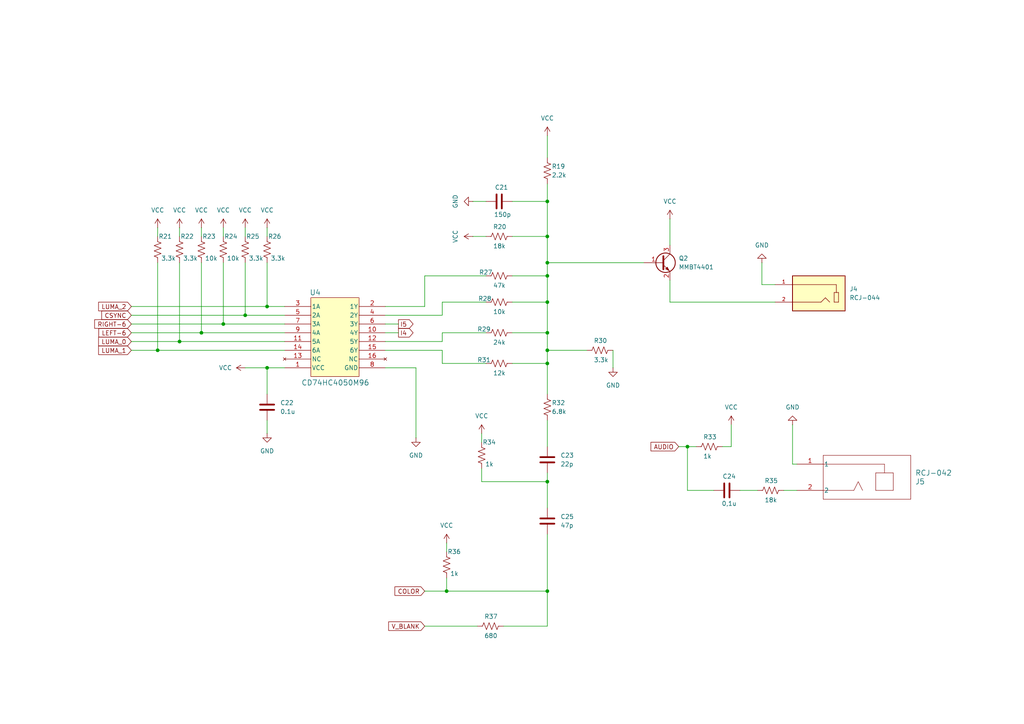
<source format=kicad_sch>
(kicad_sch (version 20231120) (generator "eeschema") (generator_version "8.0")
  (paper "A4")
  (lib_symbols
    (symbol "Atari2600_Library:CD74HC4050M96" (pin_names (offset 0.254))
      (property "Reference" "U" (at 0.762 1.27 0))
      (property "Value" "CD74HC4050M96" (at 7.366 -24.384 0))
      (symbol "CD74HC4050M96_0_1"
        (pin power_in line (at -7.62 -20.32 0) (length 7.62) (name "VCC") (number "1"))
        (pin output line (at 21.59 -10.16 180) (length 7.62) (name "4Y") (number "10"))
        (pin input line (at -7.62 -12.7 0) (length 7.62) (name "5A") (number "11"))
        (pin output line (at 21.59 -12.7 180) (length 7.62) (name "5Y") (number "12"))
        (pin no_connect line (at -7.62 -17.78 0) (length 7.62) (name "NC") (number "13"))
        (pin input line (at -7.62 -15.24 0) (length 7.62) (name "6A") (number "14"))
        (pin output line (at 21.59 -15.24 180) (length 7.62) (name "6Y") (number "15"))
        (pin no_connect line (at 21.59 -17.78 180) (length 7.62) (name "NC") (number "16"))
        (pin output line (at 21.59 -2.54 180) (length 7.62) (name "1Y") (number "2"))
        (pin input line (at -7.62 -2.54 0) (length 7.62) (name "1A") (number "3"))
        (pin output line (at 21.59 -5.08 180) (length 7.62) (name "2Y") (number "4"))
        (pin input line (at -7.62 -5.08 0) (length 7.62) (name "2A") (number "5"))
        (pin output line (at 21.59 -7.62 180) (length 7.62) (name "3Y") (number "6"))
        (pin input line (at -7.62 -7.62 0) (length 7.62) (name "3A") (number "7"))
        (pin power_in line (at 21.59 -20.32 180) (length 7.62) (name "GND") (number "8"))
        (pin input line (at -7.62 -10.16 0) (length 7.62) (name "4A") (number "9"))
      )
      (symbol "CD74HC4050M96_1_1"
        (rectangle (start 0 0) (end 13.97 -22.86) (fill (type background)))
      )
    )
    (symbol "Atari2600_Library:RCJ-042" (pin_names (offset 0.254))
      (property "Reference" "J" (at -20.32 7.62 0))
      (property "Value" "RCJ-042" (at -20.32 5.08 0))
      (symbol "RCJ-042_0_1"
        (polyline (pts (xy -33.02 -10.16) (xy -7.62 -10.16)) (stroke (width 0.127)))
        (polyline (pts (xy -33.02 2.54) (xy -33.02 -10.16)) (stroke (width 0.127)))
        (polyline (pts (xy -27.94 -5.08) (xy -22.86 -5.08)) (stroke (width 0.127)))
        (polyline (pts (xy -27.94 0) (xy -27.94 -5.08)) (stroke (width 0.127)))
        (polyline (pts (xy -25.4 -7.62) (xy -25.4 -5.08)) (stroke (width 0.127)))
        (polyline (pts (xy -22.86 -5.08) (xy -22.86 0)) (stroke (width 0.127)))
        (polyline (pts (xy -22.86 0) (xy -27.94 0)) (stroke (width 0.127)))
        (polyline (pts (xy -17.78 -2.54) (xy -19.05 0)) (stroke (width 0.127)))
        (polyline (pts (xy -16.51 0) (xy -17.78 -2.54)) (stroke (width 0.127)))
        (polyline (pts (xy -7.62 -10.16) (xy -7.62 2.54)) (stroke (width 0.127)))
        (polyline (pts (xy -7.62 -7.62) (xy -25.4 -7.62)) (stroke (width 0.127)))
        (polyline (pts (xy -7.62 0) (xy -16.51 0)) (stroke (width 0.127)))
        (polyline (pts (xy -7.62 2.54) (xy -33.02 2.54)) (stroke (width 0.127)))
      )
      (symbol "RCJ-042_1_1"
        (pin passive line (at 0 -7.62 180) (length 7.62) (name "1") (number "1"))
        (pin passive line (at 0 0 180) (length 7.62) (name "2") (number "2"))
      )
    )
    (symbol "Atari2600_Library:RCJ-044" (pin_names (offset 1.016))
      (property "Reference" "J" (at -7.62 6.35 0))
      (property "Value" "RCJ-044" (at -7.62 -6.35 0))
      (symbol "RCJ-044_0_0"
        (rectangle (start -7.62 -5.08) (end 7.62 5.08) (stroke (width 0.254)) (fill (type background)))
        (polyline (pts (xy -5.715 -0.254) (xy -5.08 -0.254)) (stroke (width 0.1524)))
        (polyline (pts (xy -5.715 2.54) (xy -5.715 -0.254)) (stroke (width 0.1524)))
        (polyline (pts (xy -5.08 -2.54) (xy -5.08 -0.254)) (stroke (width 0.1524)))
        (polyline (pts (xy -5.08 -2.54) (xy 7.62 -2.54)) (stroke (width 0.1524)))
        (polyline (pts (xy -5.08 -0.254) (xy -4.445 -0.254)) (stroke (width 0.1524)))
        (polyline (pts (xy -4.445 -0.254) (xy -4.445 2.54)) (stroke (width 0.1524)))
        (polyline (pts (xy -4.445 2.54) (xy -5.715 2.54)) (stroke (width 0.1524)))
        (polyline (pts (xy -1.905 1.27) (xy -3.175 2.54)) (stroke (width 0.1524)))
        (polyline (pts (xy -0.635 2.54) (xy -1.905 1.27)) (stroke (width 0.1524)))
        (polyline (pts (xy -0.635 2.54) (xy 7.62 2.54)) (stroke (width 0.1524)))
        (pin passive line (at 12.7 -2.54 180) (length 5.08) (name "~") (number "1"))
        (pin passive line (at 12.7 2.54 180) (length 5.08) (name "~") (number "2"))
      )
    )
    (symbol "Device:C" (pin_numbers hide) (pin_names (offset 0.254))
      (property "Reference" "C" (at 0.635 2.54 0))
      (property "Value" "C" (at 0.635 -2.54 0))
      (symbol "C_0_1"
        (polyline (pts (xy -2.032 -0.762) (xy 2.032 -0.762)) (stroke (width 0.508)))
        (polyline (pts (xy -2.032 0.762) (xy 2.032 0.762)) (stroke (width 0.508)))
      )
      (symbol "C_1_1"
        (pin passive line (at 0 3.81 270) (length 2.794) (name "~") (number "1"))
        (pin passive line (at 0 -3.81 90) (length 2.794) (name "~") (number "2"))
      )
    )
    (symbol "Device:Q_NPN_BEC" (pin_names (offset 0) hide)
      (property "Reference" "Q" (at 5.08 1.27 0))
      (property "Value" "Q_NPN_BEC" (at 5.08 -1.27 0))
      (symbol "Q_NPN_BEC_0_1"
        (polyline (pts (xy 0.635 0.635) (xy 2.54 2.54)))
        (polyline (pts (xy 0.635 -0.635) (xy 2.54 -2.54) (xy 2.54 -2.54)))
        (polyline (pts (xy 0.635 1.905) (xy 0.635 -1.905) (xy 0.635 -1.905)) (stroke (width 0.508)))
        (polyline (pts (xy 1.27 -1.778) (xy 1.778 -1.27) (xy 2.286 -2.286) (xy 1.27 -1.778) (xy 1.27 -1.778)) (fill (type outline)))
        (circle (center 1.27 0) (radius 2.8194) (stroke (width 0.254)))
      )
      (symbol "Q_NPN_BEC_1_1"
        (pin input line (at -5.08 0 0) (length 5.715) (name "B") (number "1"))
        (pin passive line (at 2.54 -5.08 90) (length 2.54) (name "E") (number "2"))
        (pin passive line (at 2.54 5.08 270) (length 2.54) (name "C") (number "3"))
      )
    )
    (symbol "Device:R_US" (pin_numbers hide) (pin_names (offset 0))
      (property "Reference" "R" (at 2.54 0 90))
      (property "Value" "R_US" (at -2.54 0 90))
      (symbol "R_US_0_1"
        (polyline (pts (xy 0 -2.286) (xy 0 -2.54)))
        (polyline (pts (xy 0 2.286) (xy 0 2.54)))
        (polyline (pts (xy 0 -0.762) (xy 1.016 -1.143) (xy 0 -1.524) (xy -1.016 -1.905) (xy 0 -2.286)))
        (polyline (pts (xy 0 0.762) (xy 1.016 0.381) (xy 0 0) (xy -1.016 -0.381) (xy 0 -0.762)))
        (polyline (pts (xy 0 2.286) (xy 1.016 1.905) (xy 0 1.524) (xy -1.016 1.143) (xy 0 0.762)))
      )
      (symbol "R_US_1_1"
        (pin passive line (at 0 3.81 270) (length 1.27) (name "~") (number "1"))
        (pin passive line (at 0 -3.81 90) (length 1.27) (name "~") (number "2"))
      )
    )
    (symbol "power:GND" (power) (pin_numbers hide) (pin_names (offset 0) hide)
      (property "Value" "GND" (at 0 -3.81 0))
      (symbol "GND_0_1"
        (polyline (pts (xy 0 0) (xy 0 -1.27) (xy 1.27 -1.27) (xy 0 -2.54) (xy -1.27 -1.27) (xy 0 -1.27)))
      )
      (symbol "GND_1_1"
        (pin power_in line (at 0 0 270) (length 0) (name "~") (number "1"))
      )
    )
    (symbol "power:VCC" (power) (pin_numbers hide) (pin_names (offset 0) hide)
      (property "Value" "VCC" (at 0 3.556 0))
      (symbol "VCC_0_1"
        (polyline (pts (xy -0.762 1.27) (xy 0 2.54)))
        (polyline (pts (xy 0 0) (xy 0 2.54)))
        (polyline (pts (xy 0 2.54) (xy 0.762 1.27)))
      )
      (symbol "VCC_1_1"
        (pin power_in line (at 0 0 90) (length 0) (name "~") (number "1"))
      )
    )
  )
  (junction (at 158.75 139.7))
  (junction (at 158.75 80.01))
  (junction (at 45.72 101.6))
  (junction (at 199.39 129.54))
  (junction (at 158.75 58.42))
  (junction (at 77.47 88.9))
  (junction (at 71.12 91.44))
  (junction (at 52.07 99.06))
  (junction (at 158.75 96.52))
  (junction (at 158.75 76.2))
  (junction (at 58.42 96.52))
  (junction (at 129.54 171.45))
  (junction (at 158.75 68.58))
  (junction (at 158.75 171.45))
  (junction (at 64.77 93.98))
  (junction (at 77.47 106.68))
  (junction (at 158.75 87.63))
  (junction (at 158.75 101.6))
  (junction (at 158.75 105.41))
  (wire (pts (xy 158.75 139.7) (xy 139.7 139.7)))
  (wire (pts (xy 45.72 66.04) (xy 45.72 68.58)))
  (wire (pts (xy 158.75 181.61) (xy 146.05 181.61)))
  (wire (pts (xy 158.75 58.42) (xy 158.75 68.58)))
  (wire (pts (xy 38.1 88.9) (xy 77.47 88.9)))
  (wire (pts (xy 71.12 76.2) (xy 71.12 91.44)))
  (wire (pts (xy 177.8 101.6) (xy 177.8 106.68)))
  (wire (pts (xy 148.59 68.58) (xy 158.75 68.58)))
  (wire (pts (xy 71.12 66.04) (xy 71.12 68.58)))
  (wire (pts (xy 45.72 101.6) (xy 82.55 101.6)))
  (wire (pts (xy 158.75 101.6) (xy 158.75 105.41)))
  (wire (pts (xy 212.09 129.54) (xy 209.55 129.54)))
  (wire (pts (xy 140.97 58.42) (xy 137.16 58.42)))
  (wire (pts (xy 120.65 127) (xy 120.65 106.68)))
  (wire (pts (xy 123.19 88.9) (xy 111.76 88.9)))
  (wire (pts (xy 158.75 139.7) (xy 158.75 147.32)))
  (wire (pts (xy 82.55 106.68) (xy 77.47 106.68)))
  (wire (pts (xy 111.76 96.52) (xy 115.57 96.52)))
  (wire (pts (xy 140.97 96.52) (xy 128.27 96.52)))
  (wire (pts (xy 77.47 66.04) (xy 77.47 68.58)))
  (wire (pts (xy 58.42 96.52) (xy 82.55 96.52)))
  (wire (pts (xy 199.39 129.54) (xy 199.39 142.24)))
  (wire (pts (xy 38.1 96.52) (xy 58.42 96.52)))
  (wire (pts (xy 111.76 106.68) (xy 120.65 106.68)))
  (wire (pts (xy 158.75 171.45) (xy 158.75 181.61)))
  (wire (pts (xy 77.47 76.2) (xy 77.47 88.9)))
  (wire (pts (xy 128.27 96.52) (xy 128.27 99.06)))
  (wire (pts (xy 212.09 123.19) (xy 212.09 129.54)))
  (wire (pts (xy 137.16 68.58) (xy 140.97 68.58)))
  (wire (pts (xy 128.27 91.44) (xy 111.76 91.44)))
  (wire (pts (xy 194.31 87.63) (xy 194.31 81.28)))
  (wire (pts (xy 224.79 87.63) (xy 194.31 87.63)))
  (wire (pts (xy 140.97 80.01) (xy 123.19 80.01)))
  (wire (pts (xy 140.97 87.63) (xy 128.27 87.63)))
  (wire (pts (xy 38.1 101.6) (xy 45.72 101.6)))
  (wire (pts (xy 214.63 142.24) (xy 219.71 142.24)))
  (wire (pts (xy 38.1 99.06) (xy 52.07 99.06)))
  (wire (pts (xy 64.77 76.2) (xy 64.77 93.98)))
  (wire (pts (xy 128.27 87.63) (xy 128.27 91.44)))
  (wire (pts (xy 229.87 134.62) (xy 231.14 134.62)))
  (wire (pts (xy 158.75 68.58) (xy 158.75 76.2)))
  (wire (pts (xy 139.7 135.89) (xy 139.7 139.7)))
  (wire (pts (xy 158.75 121.92) (xy 158.75 129.54)))
  (wire (pts (xy 128.27 101.6) (xy 111.76 101.6)))
  (wire (pts (xy 199.39 129.54) (xy 201.93 129.54)))
  (wire (pts (xy 148.59 105.41) (xy 158.75 105.41)))
  (wire (pts (xy 52.07 66.04) (xy 52.07 68.58)))
  (wire (pts (xy 139.7 125.73) (xy 139.7 128.27)))
  (wire (pts (xy 38.1 91.44) (xy 71.12 91.44)))
  (wire (pts (xy 52.07 76.2) (xy 52.07 99.06)))
  (wire (pts (xy 158.75 96.52) (xy 158.75 101.6)))
  (wire (pts (xy 129.54 171.45) (xy 158.75 171.45)))
  (wire (pts (xy 123.19 80.01) (xy 123.19 88.9)))
  (wire (pts (xy 158.75 53.34) (xy 158.75 58.42)))
  (wire (pts (xy 158.75 154.94) (xy 158.75 171.45)))
  (wire (pts (xy 71.12 91.44) (xy 82.55 91.44)))
  (wire (pts (xy 140.97 105.41) (xy 128.27 105.41)))
  (wire (pts (xy 224.79 82.55) (xy 220.98 82.55)))
  (wire (pts (xy 77.47 106.68) (xy 77.47 114.3)))
  (wire (pts (xy 77.47 88.9) (xy 82.55 88.9)))
  (wire (pts (xy 71.12 106.68) (xy 77.47 106.68)))
  (wire (pts (xy 58.42 66.04) (xy 58.42 68.58)))
  (wire (pts (xy 148.59 58.42) (xy 158.75 58.42)))
  (wire (pts (xy 196.85 129.54) (xy 199.39 129.54)))
  (wire (pts (xy 129.54 157.48) (xy 129.54 160.02)))
  (wire (pts (xy 227.33 142.24) (xy 231.14 142.24)))
  (wire (pts (xy 229.87 123.19) (xy 229.87 134.62)))
  (wire (pts (xy 128.27 105.41) (xy 128.27 101.6)))
  (wire (pts (xy 77.47 121.92) (xy 77.47 125.73)))
  (wire (pts (xy 148.59 96.52) (xy 158.75 96.52)))
  (wire (pts (xy 52.07 99.06) (xy 82.55 99.06)))
  (wire (pts (xy 186.69 76.2) (xy 158.75 76.2)))
  (wire (pts (xy 111.76 93.98) (xy 115.57 93.98)))
  (wire (pts (xy 158.75 101.6) (xy 170.18 101.6)))
  (wire (pts (xy 158.75 105.41) (xy 158.75 114.3)))
  (wire (pts (xy 194.31 63.5) (xy 194.31 71.12)))
  (wire (pts (xy 158.75 87.63) (xy 158.75 96.52)))
  (wire (pts (xy 45.72 76.2) (xy 45.72 101.6)))
  (wire (pts (xy 58.42 76.2) (xy 58.42 96.52)))
  (wire (pts (xy 199.39 142.24) (xy 207.01 142.24)))
  (wire (pts (xy 64.77 93.98) (xy 82.55 93.98)))
  (wire (pts (xy 158.75 80.01) (xy 158.75 87.63)))
  (wire (pts (xy 123.19 181.61) (xy 138.43 181.61)))
  (wire (pts (xy 123.19 171.45) (xy 129.54 171.45)))
  (wire (pts (xy 129.54 167.64) (xy 129.54 171.45)))
  (wire (pts (xy 128.27 99.06) (xy 111.76 99.06)))
  (wire (pts (xy 158.75 137.16) (xy 158.75 139.7)))
  (wire (pts (xy 158.75 39.37) (xy 158.75 45.72)))
  (wire (pts (xy 158.75 76.2) (xy 158.75 80.01)))
  (wire (pts (xy 220.98 76.2) (xy 220.98 82.55)))
  (wire (pts (xy 148.59 87.63) (xy 158.75 87.63)))
  (wire (pts (xy 64.77 66.04) (xy 64.77 68.58)))
  (wire (pts (xy 38.1 93.98) (xy 64.77 93.98)))
  (wire (pts (xy 148.59 80.01) (xy 158.75 80.01)))
  (global_label "RIGHT-6" (shape input) (at 38.1 93.98 180) (property "Intersheetrefs" "${INTERSHEET_REFS}" (effects (hide yes))))
  (global_label "LUMA_0" (shape input) (at 38.1 99.06 180) (property "Intersheetrefs" "${INTERSHEET_REFS}" (effects (hide yes))))
  (global_label "CSYNC" (shape input) (at 38.1 91.44 180) (property "Intersheetrefs" "${INTERSHEET_REFS}" (effects (hide yes))))
  (global_label "AUDIO" (shape input) (at 196.85 129.54 180) (property "Intersheetrefs" "${INTERSHEET_REFS}" (effects (hide yes))))
  (global_label "I4" (shape output) (at 115.57 96.52 0) (property "Intersheetrefs" "${INTERSHEET_REFS}" (effects (hide yes))))
  (global_label "LUMA_1" (shape input) (at 38.1 101.6 180) (property "Intersheetrefs" "${INTERSHEET_REFS}" (effects (hide yes))))
  (global_label "LEFT-6" (shape input) (at 38.1 96.52 180) (property "Intersheetrefs" "${INTERSHEET_REFS}" (effects (hide yes))))
  (global_label "LUMA_2" (shape input) (at 38.1 88.9 180) (property "Intersheetrefs" "${INTERSHEET_REFS}" (effects (hide yes))))
  (global_label "COLOR" (shape input) (at 123.19 171.45 180) (property "Intersheetrefs" "${INTERSHEET_REFS}" (effects (hide yes))))
  (global_label "V_BLANK" (shape input) (at 123.19 181.61 180) (property "Intersheetrefs" "${INTERSHEET_REFS}" (effects (hide yes))))
  (global_label "I5" (shape output) (at 115.57 93.98 0) (property "Intersheetrefs" "${INTERSHEET_REFS}" (effects (hide yes))))
  (symbol (lib_id "power:VCC") (at 45.72 66.04 0) (unit 1)
    (property "Reference" "#PWR065" (effects (hide yes)))
    (property "Value" "VCC" (at 45.72 60.96 0))
    (property "Description" "Power symbol creates a global label with name \"VCC\"" (effects (hide yes)))
  )
  (symbol (lib_id "Atari2600_Library:RCJ-044") (at 237.49 85.09 180) (unit 1)
    (property "Reference" "J4" (at 246.38 83.8199 0) (effects (justify right)))
    (property "Value" "RCJ-044" (at 246.38 86.3599 0) (effects (justify right)))
    (property "Footprint" "RCJ-044:CUI_RCJ-044" (effects (hide yes)))
    (property "PARTREV" "1.02" (effects (hide yes)))
    (property "STANDARD" "Manufacturer Recommendations" (effects (hide yes)))
    (property "MAXIMUM_PACKAGE_HEIGHT" "11.6 mm" (effects (hide yes)))
    (property "MANUFACTURER" "CUI Devices" (effects (hide yes)))
  )
  (symbol (lib_id "Device:R_US") (at 144.78 96.52 270) (unit 1)
    (property "Reference" "R29" (at 138.43 95.504 90) (effects (justify left)))
    (property "Value" "24k" (at 143.002 99.314 90) (effects (justify left)))
    (property "Footprint" "Resistor_SMD:R_0805_2012Metric" (effects (hide yes)))
    (property "Description" "Resistor, US symbol" (effects (hide yes)))
  )
  (symbol (lib_id "Atari2600_Library:RCJ-042") (at 231.14 142.24 180) (unit 1)
    (property "Reference" "J5" (at 265.43 139.7001 0) (effects (font (size 1.524 1.524)) (justify right)))
    (property "Value" "RCJ-042" (at 265.43 137.1601 0) (effects (font (size 1.524 1.524)) (justify right)))
    (property "Footprint" "Atari2600_Libary:RCJ-042_CUD" (effects (hide yes)))
    (property "Datasheet" "RCJ-042" (effects (hide yes)))
  )
  (symbol (lib_id "power:VCC") (at 212.09 123.19 0) (unit 1)
    (property "Reference" "#PWR075" (effects (hide yes)))
    (property "Value" "VCC" (at 212.09 118.11 0))
    (property "Description" "Power symbol creates a global label with name \"VCC\"" (effects (hide yes)))
  )
  (symbol (lib_id "Device:C") (at 158.75 151.13 0) (unit 1)
    (property "Reference" "C25" (at 162.56 149.8599 0) (effects (justify left)))
    (property "Value" "47p" (at 162.56 152.3999 0) (effects (justify left)))
    (property "Footprint" "Capacitor_SMD:C_0805_2012Metric" (effects (hide yes)))
    (property "Description" "Unpolarized capacitor" (effects (hide yes)))
  )
  (symbol (lib_id "Device:R_US") (at 158.75 49.53 0) (unit 1)
    (property "Reference" "R19" (at 160.02 48.26 0) (effects (justify left)))
    (property "Value" "2.2k" (at 160.02 50.8 0) (effects (justify left)))
    (property "Footprint" "Resistor_SMD:R_0805_2012Metric" (effects (hide yes)))
    (property "Description" "Resistor, US symbol" (effects (hide yes)))
  )
  (symbol (lib_id "power:VCC") (at 71.12 66.04 0) (unit 1)
    (property "Reference" "#PWR069" (effects (hide yes)))
    (property "Value" "VCC" (at 71.12 60.96 0))
    (property "Description" "Power symbol creates a global label with name \"VCC\"" (effects (hide yes)))
  )
  (symbol (lib_id "power:VCC") (at 158.75 39.37 0) (unit 1)
    (property "Reference" "#PWR062" (effects (hide yes)))
    (property "Value" "VCC" (at 158.75 34.29 0))
    (property "Description" "Power symbol creates a global label with name \"VCC\"" (effects (hide yes)))
  )
  (symbol (lib_id "Device:R_US") (at 144.78 105.41 270) (unit 1)
    (property "Reference" "R31" (at 138.43 104.394 90) (effects (justify left)))
    (property "Value" "12k" (at 143.002 108.204 90) (effects (justify left)))
    (property "Footprint" "Resistor_SMD:R_0805_2012Metric" (effects (hide yes)))
    (property "Description" "Resistor, US symbol" (effects (hide yes)))
  )
  (symbol (lib_id "Device:C") (at 210.82 142.24 270) (unit 1)
    (property "Reference" "C24" (at 209.55 138.176 90) (effects (justify left)))
    (property "Value" "0,1u" (at 209.296 146.05 90) (effects (justify left)))
    (property "Footprint" "Capacitor_SMD:C_0805_2012Metric" (effects (hide yes)))
    (property "Description" "Unpolarized capacitor" (effects (hide yes)))
  )
  (symbol (lib_id "Device:R_US") (at 77.47 72.39 0) (unit 1)
    (property "Reference" "R26" (at 77.724 68.58 0) (effects (justify left)))
    (property "Value" "3.3k" (at 78.486 74.93 0) (effects (justify left)))
    (property "Footprint" "Resistor_SMD:R_0805_2012Metric" (effects (hide yes)))
    (property "Description" "Resistor, US symbol" (effects (hide yes)))
  )
  (symbol (lib_id "Device:R_US") (at 129.54 163.83 0) (unit 1)
    (property "Reference" "R36" (at 129.794 160.02 0) (effects (justify left)))
    (property "Value" "1k" (at 130.556 166.37 0) (effects (justify left)))
    (property "Footprint" "Resistor_SMD:R_0805_2012Metric" (effects (hide yes)))
    (property "Description" "Resistor, US symbol" (effects (hide yes)))
  )
  (symbol (lib_id "power:GND") (at 229.87 123.19 180) (unit 1)
    (property "Reference" "#PWR076" (effects (hide yes)))
    (property "Value" "GND" (at 229.87 118.11 0))
    (property "Description" "Power symbol creates a global label with name \"GND\" , ground" (effects (hide yes)))
  )
  (symbol (lib_id "Device:C") (at 77.47 118.11 0) (unit 1)
    (property "Reference" "C22" (at 81.28 116.8399 0) (effects (justify left)))
    (property "Value" "0.1u" (at 81.28 119.3799 0) (effects (justify left)))
    (property "Footprint" "Capacitor_SMD:C_0805_2012Metric" (effects (hide yes)))
    (property "Description" "Unpolarized capacitor" (effects (hide yes)))
  )
  (symbol (lib_id "Device:C") (at 158.75 133.35 0) (unit 1)
    (property "Reference" "C23" (at 162.56 132.0799 0) (effects (justify left)))
    (property "Value" "22p" (at 162.56 134.6199 0) (effects (justify left)))
    (property "Footprint" "Capacitor_SMD:C_0805_2012Metric" (effects (hide yes)))
    (property "Description" "Unpolarized capacitor" (effects (hide yes)))
  )
  (symbol (lib_id "power:VCC") (at 64.77 66.04 0) (unit 1)
    (property "Reference" "#PWR068" (effects (hide yes)))
    (property "Value" "VCC" (at 64.77 60.96 0))
    (property "Description" "Power symbol creates a global label with name \"VCC\"" (effects (hide yes)))
  )
  (symbol (lib_id "Device:R_US") (at 144.78 87.63 270) (unit 1)
    (property "Reference" "R28" (at 138.684 86.614 90) (effects (justify left)))
    (property "Value" "10k" (at 143.002 90.424 90) (effects (justify left)))
    (property "Footprint" "Resistor_SMD:R_0805_2012Metric" (effects (hide yes)))
    (property "Description" "Resistor, US symbol" (effects (hide yes)))
  )
  (symbol (lib_id "power:GND") (at 137.16 58.42 270) (unit 1)
    (property "Reference" "#PWR063" (effects (hide yes)))
    (property "Value" "GND" (at 132.08 58.42 0))
    (property "Description" "Power symbol creates a global label with name \"GND\" , ground" (effects (hide yes)))
  )
  (symbol (lib_id "power:VCC") (at 194.31 63.5 0) (unit 1)
    (property "Reference" "#PWR064" (effects (hide yes)))
    (property "Value" "VCC" (at 194.31 58.42 0))
    (property "Description" "Power symbol creates a global label with name \"VCC\"" (effects (hide yes)))
  )
  (symbol (lib_id "power:VCC") (at 77.47 66.04 0) (unit 1)
    (property "Reference" "#PWR070" (effects (hide yes)))
    (property "Value" "VCC" (at 77.47 60.96 0))
    (property "Description" "Power symbol creates a global label with name \"VCC\"" (effects (hide yes)))
  )
  (symbol (lib_id "Device:R_US") (at 45.72 72.39 0) (unit 1)
    (property "Reference" "R21" (at 45.974 68.58 0) (effects (justify left)))
    (property "Value" "3.3k" (at 46.736 74.93 0) (effects (justify left)))
    (property "Footprint" "Resistor_SMD:R_0805_2012Metric" (effects (hide yes)))
    (property "Description" "Resistor, US symbol" (effects (hide yes)))
  )
  (symbol (lib_id "power:VCC") (at 52.07 66.04 0) (unit 1)
    (property "Reference" "#PWR066" (effects (hide yes)))
    (property "Value" "VCC" (at 52.07 60.96 0))
    (property "Description" "Power symbol creates a global label with name \"VCC\"" (effects (hide yes)))
  )
  (symbol (lib_id "power:VCC") (at 139.7 125.73 0) (unit 1)
    (property "Reference" "#PWR078" (effects (hide yes)))
    (property "Value" "VCC" (at 139.7 120.65 0))
    (property "Description" "Power symbol creates a global label with name \"VCC\"" (effects (hide yes)))
  )
  (symbol (lib_id "Device:R_US") (at 64.77 72.39 0) (unit 1)
    (property "Reference" "R24" (at 65.024 68.58 0) (effects (justify left)))
    (property "Value" "10k" (at 65.786 74.93 0) (effects (justify left)))
    (property "Footprint" "Resistor_SMD:R_0805_2012Metric" (effects (hide yes)))
    (property "Description" "Resistor, US symbol" (effects (hide yes)))
  )
  (symbol (lib_id "Device:R_US") (at 223.52 142.24 270) (unit 1)
    (property "Reference" "R35" (at 221.742 139.446 90) (effects (justify left)))
    (property "Value" "18k" (at 221.742 145.034 90) (effects (justify left)))
    (property "Footprint" "Resistor_SMD:R_0805_2012Metric" (effects (hide yes)))
    (property "Description" "Resistor, US symbol" (effects (hide yes)))
  )
  (symbol (lib_id "power:GND") (at 120.65 127 0) (unit 1)
    (property "Reference" "#PWR079" (effects (hide yes)))
    (property "Value" "GND" (at 120.65 132.08 0))
    (property "Description" "Power symbol creates a global label with name \"GND\" , ground" (effects (hide yes)))
  )
  (symbol (lib_id "Device:R_US") (at 205.74 129.54 270) (unit 1)
    (property "Reference" "R33" (at 203.962 126.746 90) (effects (justify left)))
    (property "Value" "1k" (at 203.962 132.334 90) (effects (justify left)))
    (property "Footprint" "Resistor_SMD:R_0805_2012Metric" (effects (hide yes)))
    (property "Description" "Resistor, US symbol" (effects (hide yes)))
  )
  (symbol (lib_id "Device:R_US") (at 52.07 72.39 0) (unit 1)
    (property "Reference" "R22" (at 52.324 68.58 0) (effects (justify left)))
    (property "Value" "3.3k" (at 53.086 74.93 0) (effects (justify left)))
    (property "Footprint" "Resistor_SMD:R_0805_2012Metric" (effects (hide yes)))
    (property "Description" "Resistor, US symbol" (effects (hide yes)))
  )
  (symbol (lib_id "power:GND") (at 77.47 125.73 0) (unit 1)
    (property "Reference" "#PWR077" (effects (hide yes)))
    (property "Value" "GND" (at 77.47 130.81 0))
    (property "Description" "Power symbol creates a global label with name \"GND\" , ground" (effects (hide yes)))
  )
  (symbol (lib_id "Device:Q_NPN_BEC") (at 191.77 76.2 0) (unit 1)
    (property "Reference" "Q2" (at 196.85 74.9299 0) (effects (justify left)))
    (property "Value" "MMBT4401" (at 196.85 77.4699 0) (effects (justify left)))
    (property "Footprint" "Package_TO_SOT_SMD:TSOT-23" (effects (hide yes)))
    (property "Description" "NPN transistor, base/emitter/collector" (effects (hide yes)))
  )
  (symbol (lib_id "Device:C") (at 144.78 58.42 270) (unit 1)
    (property "Reference" "C21" (at 143.51 54.356 90) (effects (justify left)))
    (property "Value" "150p" (at 143.256 62.23 90) (effects (justify left)))
    (property "Footprint" "Capacitor_SMD:C_0805_2012Metric" (effects (hide yes)))
    (property "Description" "Unpolarized capacitor" (effects (hide yes)))
  )
  (symbol (lib_id "power:VCC") (at 137.16 68.58 90) (unit 1)
    (property "Reference" "#PWR071" (effects (hide yes)))
    (property "Value" "VCC" (at 132.08 68.58 0))
    (property "Description" "Power symbol creates a global label with name \"VCC\"" (effects (hide yes)))
  )
  (symbol (lib_id "Device:R_US") (at 142.24 181.61 270) (unit 1)
    (property "Reference" "R37" (at 140.462 178.816 90) (effects (justify left)))
    (property "Value" "680" (at 140.462 184.404 90) (effects (justify left)))
    (property "Footprint" "Resistor_SMD:R_0805_2012Metric" (effects (hide yes)))
    (property "Description" "Resistor, US symbol" (effects (hide yes)))
  )
  (symbol (lib_id "Device:R_US") (at 158.75 118.11 0) (unit 1)
    (property "Reference" "R32" (at 160.02 116.84 0) (effects (justify left)))
    (property "Value" "6.8k" (at 160.02 119.38 0) (effects (justify left)))
    (property "Footprint" "Resistor_SMD:R_0805_2012Metric" (effects (hide yes)))
    (property "Description" "Resistor, US symbol" (effects (hide yes)))
  )
  (symbol (lib_id "Device:R_US") (at 144.78 80.01 270) (unit 1)
    (property "Reference" "R27" (at 138.938 78.994 90) (effects (justify left)))
    (property "Value" "47k" (at 143.002 82.804 90) (effects (justify left)))
    (property "Footprint" "Resistor_SMD:R_0805_2012Metric" (effects (hide yes)))
    (property "Description" "Resistor, US symbol" (effects (hide yes)))
  )
  (symbol (lib_id "Device:R_US") (at 173.99 101.6 270) (unit 1)
    (property "Reference" "R30" (at 172.212 98.806 90) (effects (justify left)))
    (property "Value" "3.3k" (at 172.212 104.394 90) (effects (justify left)))
    (property "Footprint" "Resistor_SMD:R_0805_2012Metric" (effects (hide yes)))
    (property "Description" "Resistor, US symbol" (effects (hide yes)))
  )
  (symbol (lib_id "power:GND") (at 220.98 76.2 180) (unit 1)
    (property "Reference" "#PWR072" (effects (hide yes)))
    (property "Value" "GND" (at 220.98 71.12 0))
    (property "Description" "Power symbol creates a global label with name \"GND\" , ground" (effects (hide yes)))
  )
  (symbol (lib_id "Atari2600_Library:CD74HC4050M96") (at 90.17 86.36 0) (unit 1)
    (property "Reference" "U4" (at 91.44 84.836 0) (effects (font (size 1.524 1.524))))
    (property "Value" "CD74HC4050M96" (at 97.282 110.998 0) (effects (font (size 1.524 1.524))))
    (property "Footprint" "Atari2600_Libary:CD74HC4050M96_16-SOIC_M" (effects (hide yes)))
    (property "Datasheet" "CD74HC4050M96" (effects (hide yes)))
  )
  (symbol (lib_id "Device:R_US") (at 71.12 72.39 0) (unit 1)
    (property "Reference" "R25" (at 71.374 68.58 0) (effects (justify left)))
    (property "Value" "3.3k" (at 72.136 74.93 0) (effects (justify left)))
    (property "Footprint" "Resistor_SMD:R_0805_2012Metric" (effects (hide yes)))
    (property "Description" "Resistor, US symbol" (effects (hide yes)))
  )
  (symbol (lib_id "power:VCC") (at 58.42 66.04 0) (unit 1)
    (property "Reference" "#PWR067" (effects (hide yes)))
    (property "Value" "VCC" (at 58.42 60.96 0))
    (property "Description" "Power symbol creates a global label with name \"VCC\"" (effects (hide yes)))
  )
  (symbol (lib_id "Device:R_US") (at 139.7 132.08 0) (unit 1)
    (property "Reference" "R34" (at 139.954 128.27 0) (effects (justify left)))
    (property "Value" "1k" (at 140.716 134.62 0) (effects (justify left)))
    (property "Footprint" "Resistor_SMD:R_0805_2012Metric" (effects (hide yes)))
    (property "Description" "Resistor, US symbol" (effects (hide yes)))
  )
  (symbol (lib_id "power:VCC") (at 129.54 157.48 0) (unit 1)
    (property "Reference" "#PWR080" (effects (hide yes)))
    (property "Value" "VCC" (at 129.54 152.4 0))
    (property "Description" "Power symbol creates a global label with name \"VCC\"" (effects (hide yes)))
  )
  (symbol (lib_id "power:GND") (at 177.8 106.68 0) (unit 1)
    (property "Reference" "#PWR074" (effects (hide yes)))
    (property "Value" "GND" (at 177.8 111.76 0))
    (property "Description" "Power symbol creates a global label with name \"GND\" , ground" (effects (hide yes)))
  )
  (symbol (lib_id "Device:R_US") (at 144.78 68.58 270) (unit 1)
    (property "Reference" "R20" (at 143.002 65.786 90) (effects (justify left)))
    (property "Value" "18k" (at 143.002 71.374 90) (effects (justify left)))
    (property "Footprint" "Resistor_SMD:R_0805_2012Metric" (effects (hide yes)))
    (property "Description" "Resistor, US symbol" (effects (hide yes)))
  )
  (symbol (lib_id "power:VCC") (at 71.12 106.68 90) (unit 1)
    (property "Reference" "#PWR073" (effects (hide yes)))
    (property "Value" "VCC" (at 67.31 106.6799 90) (effects (justify left)))
    (property "Description" "Power symbol creates a global label with name \"VCC\"" (effects (hide yes)))
  )
  (symbol (lib_id "Device:R_US") (at 58.42 72.39 0) (unit 1)
    (property "Reference" "R23" (at 58.674 68.58 0) (effects (justify left)))
    (property "Value" "10k" (at 59.436 74.93 0) (effects (justify left)))
    (property "Footprint" "Resistor_SMD:R_0805_2012Metric" (effects (hide yes)))
    (property "Description" "Resistor, US symbol" (effects (hide yes)))
  )
)
</source>
